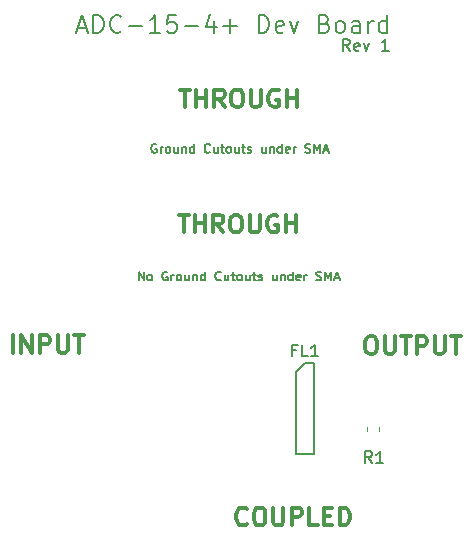
<source format=gto>
G04 #@! TF.GenerationSoftware,KiCad,Pcbnew,(5.0.2)-1*
G04 #@! TF.CreationDate,2019-01-06T11:51:23+11:00*
G04 #@! TF.ProjectId,ADC-15-4_Dev_Rev_1,4144432d-3135-42d3-945f-4465765f5265,1*
G04 #@! TF.SameCoordinates,Original*
G04 #@! TF.FileFunction,Legend,Top*
G04 #@! TF.FilePolarity,Positive*
%FSLAX46Y46*%
G04 Gerber Fmt 4.6, Leading zero omitted, Abs format (unit mm)*
G04 Created by KiCad (PCBNEW (5.0.2)-1) date 6/01/2019 11:51:23*
%MOMM*%
%LPD*%
G01*
G04 APERTURE LIST*
%ADD10C,0.150000*%
%ADD11C,0.300000*%
%ADD12C,0.200000*%
%ADD13C,0.120000*%
G04 APERTURE END LIST*
D10*
X214246428Y-69325000D02*
X214175000Y-69289285D01*
X214067857Y-69289285D01*
X213960714Y-69325000D01*
X213889285Y-69396428D01*
X213853571Y-69467857D01*
X213817857Y-69610714D01*
X213817857Y-69717857D01*
X213853571Y-69860714D01*
X213889285Y-69932142D01*
X213960714Y-70003571D01*
X214067857Y-70039285D01*
X214139285Y-70039285D01*
X214246428Y-70003571D01*
X214282142Y-69967857D01*
X214282142Y-69717857D01*
X214139285Y-69717857D01*
X214603571Y-70039285D02*
X214603571Y-69539285D01*
X214603571Y-69682142D02*
X214639285Y-69610714D01*
X214675000Y-69575000D01*
X214746428Y-69539285D01*
X214817857Y-69539285D01*
X215175000Y-70039285D02*
X215103571Y-70003571D01*
X215067857Y-69967857D01*
X215032142Y-69896428D01*
X215032142Y-69682142D01*
X215067857Y-69610714D01*
X215103571Y-69575000D01*
X215175000Y-69539285D01*
X215282142Y-69539285D01*
X215353571Y-69575000D01*
X215389285Y-69610714D01*
X215425000Y-69682142D01*
X215425000Y-69896428D01*
X215389285Y-69967857D01*
X215353571Y-70003571D01*
X215282142Y-70039285D01*
X215175000Y-70039285D01*
X216067857Y-69539285D02*
X216067857Y-70039285D01*
X215746428Y-69539285D02*
X215746428Y-69932142D01*
X215782142Y-70003571D01*
X215853571Y-70039285D01*
X215960714Y-70039285D01*
X216032142Y-70003571D01*
X216067857Y-69967857D01*
X216425000Y-69539285D02*
X216425000Y-70039285D01*
X216425000Y-69610714D02*
X216460714Y-69575000D01*
X216532142Y-69539285D01*
X216639285Y-69539285D01*
X216710714Y-69575000D01*
X216746428Y-69646428D01*
X216746428Y-70039285D01*
X217425000Y-70039285D02*
X217425000Y-69289285D01*
X217425000Y-70003571D02*
X217353571Y-70039285D01*
X217210714Y-70039285D01*
X217139285Y-70003571D01*
X217103571Y-69967857D01*
X217067857Y-69896428D01*
X217067857Y-69682142D01*
X217103571Y-69610714D01*
X217139285Y-69575000D01*
X217210714Y-69539285D01*
X217353571Y-69539285D01*
X217425000Y-69575000D01*
X218782142Y-69967857D02*
X218746428Y-70003571D01*
X218639285Y-70039285D01*
X218567857Y-70039285D01*
X218460714Y-70003571D01*
X218389285Y-69932142D01*
X218353571Y-69860714D01*
X218317857Y-69717857D01*
X218317857Y-69610714D01*
X218353571Y-69467857D01*
X218389285Y-69396428D01*
X218460714Y-69325000D01*
X218567857Y-69289285D01*
X218639285Y-69289285D01*
X218746428Y-69325000D01*
X218782142Y-69360714D01*
X219425000Y-69539285D02*
X219425000Y-70039285D01*
X219103571Y-69539285D02*
X219103571Y-69932142D01*
X219139285Y-70003571D01*
X219210714Y-70039285D01*
X219317857Y-70039285D01*
X219389285Y-70003571D01*
X219425000Y-69967857D01*
X219675000Y-69539285D02*
X219960714Y-69539285D01*
X219782142Y-69289285D02*
X219782142Y-69932142D01*
X219817857Y-70003571D01*
X219889285Y-70039285D01*
X219960714Y-70039285D01*
X220317857Y-70039285D02*
X220246428Y-70003571D01*
X220210714Y-69967857D01*
X220175000Y-69896428D01*
X220175000Y-69682142D01*
X220210714Y-69610714D01*
X220246428Y-69575000D01*
X220317857Y-69539285D01*
X220425000Y-69539285D01*
X220496428Y-69575000D01*
X220532142Y-69610714D01*
X220567857Y-69682142D01*
X220567857Y-69896428D01*
X220532142Y-69967857D01*
X220496428Y-70003571D01*
X220425000Y-70039285D01*
X220317857Y-70039285D01*
X221210714Y-69539285D02*
X221210714Y-70039285D01*
X220889285Y-69539285D02*
X220889285Y-69932142D01*
X220925000Y-70003571D01*
X220996428Y-70039285D01*
X221103571Y-70039285D01*
X221175000Y-70003571D01*
X221210714Y-69967857D01*
X221460714Y-69539285D02*
X221746428Y-69539285D01*
X221567857Y-69289285D02*
X221567857Y-69932142D01*
X221603571Y-70003571D01*
X221675000Y-70039285D01*
X221746428Y-70039285D01*
X221960714Y-70003571D02*
X222032142Y-70039285D01*
X222175000Y-70039285D01*
X222246428Y-70003571D01*
X222282142Y-69932142D01*
X222282142Y-69896428D01*
X222246428Y-69825000D01*
X222175000Y-69789285D01*
X222067857Y-69789285D01*
X221996428Y-69753571D01*
X221960714Y-69682142D01*
X221960714Y-69646428D01*
X221996428Y-69575000D01*
X222067857Y-69539285D01*
X222175000Y-69539285D01*
X222246428Y-69575000D01*
X223496428Y-69539285D02*
X223496428Y-70039285D01*
X223175000Y-69539285D02*
X223175000Y-69932142D01*
X223210714Y-70003571D01*
X223282142Y-70039285D01*
X223389285Y-70039285D01*
X223460714Y-70003571D01*
X223496428Y-69967857D01*
X223853571Y-69539285D02*
X223853571Y-70039285D01*
X223853571Y-69610714D02*
X223889285Y-69575000D01*
X223960714Y-69539285D01*
X224067857Y-69539285D01*
X224139285Y-69575000D01*
X224175000Y-69646428D01*
X224175000Y-70039285D01*
X224853571Y-70039285D02*
X224853571Y-69289285D01*
X224853571Y-70003571D02*
X224782142Y-70039285D01*
X224639285Y-70039285D01*
X224567857Y-70003571D01*
X224532142Y-69967857D01*
X224496428Y-69896428D01*
X224496428Y-69682142D01*
X224532142Y-69610714D01*
X224567857Y-69575000D01*
X224639285Y-69539285D01*
X224782142Y-69539285D01*
X224853571Y-69575000D01*
X225496428Y-70003571D02*
X225425000Y-70039285D01*
X225282142Y-70039285D01*
X225210714Y-70003571D01*
X225175000Y-69932142D01*
X225175000Y-69646428D01*
X225210714Y-69575000D01*
X225282142Y-69539285D01*
X225425000Y-69539285D01*
X225496428Y-69575000D01*
X225532142Y-69646428D01*
X225532142Y-69717857D01*
X225175000Y-69789285D01*
X225853571Y-70039285D02*
X225853571Y-69539285D01*
X225853571Y-69682142D02*
X225889285Y-69610714D01*
X225925000Y-69575000D01*
X225996428Y-69539285D01*
X226067857Y-69539285D01*
X226853571Y-70003571D02*
X226960714Y-70039285D01*
X227139285Y-70039285D01*
X227210714Y-70003571D01*
X227246428Y-69967857D01*
X227282142Y-69896428D01*
X227282142Y-69825000D01*
X227246428Y-69753571D01*
X227210714Y-69717857D01*
X227139285Y-69682142D01*
X226996428Y-69646428D01*
X226925000Y-69610714D01*
X226889285Y-69575000D01*
X226853571Y-69503571D01*
X226853571Y-69432142D01*
X226889285Y-69360714D01*
X226925000Y-69325000D01*
X226996428Y-69289285D01*
X227175000Y-69289285D01*
X227282142Y-69325000D01*
X227603571Y-70039285D02*
X227603571Y-69289285D01*
X227853571Y-69825000D01*
X228103571Y-69289285D01*
X228103571Y-70039285D01*
X228425000Y-69825000D02*
X228782142Y-69825000D01*
X228353571Y-70039285D02*
X228603571Y-69289285D01*
X228853571Y-70039285D01*
D11*
X216228571Y-64678571D02*
X217085714Y-64678571D01*
X216657142Y-66178571D02*
X216657142Y-64678571D01*
X217585714Y-66178571D02*
X217585714Y-64678571D01*
X217585714Y-65392857D02*
X218442857Y-65392857D01*
X218442857Y-66178571D02*
X218442857Y-64678571D01*
X220014285Y-66178571D02*
X219514285Y-65464285D01*
X219157142Y-66178571D02*
X219157142Y-64678571D01*
X219728571Y-64678571D01*
X219871428Y-64750000D01*
X219942857Y-64821428D01*
X220014285Y-64964285D01*
X220014285Y-65178571D01*
X219942857Y-65321428D01*
X219871428Y-65392857D01*
X219728571Y-65464285D01*
X219157142Y-65464285D01*
X220942857Y-64678571D02*
X221228571Y-64678571D01*
X221371428Y-64750000D01*
X221514285Y-64892857D01*
X221585714Y-65178571D01*
X221585714Y-65678571D01*
X221514285Y-65964285D01*
X221371428Y-66107142D01*
X221228571Y-66178571D01*
X220942857Y-66178571D01*
X220800000Y-66107142D01*
X220657142Y-65964285D01*
X220585714Y-65678571D01*
X220585714Y-65178571D01*
X220657142Y-64892857D01*
X220800000Y-64750000D01*
X220942857Y-64678571D01*
X222228571Y-64678571D02*
X222228571Y-65892857D01*
X222300000Y-66035714D01*
X222371428Y-66107142D01*
X222514285Y-66178571D01*
X222800000Y-66178571D01*
X222942857Y-66107142D01*
X223014285Y-66035714D01*
X223085714Y-65892857D01*
X223085714Y-64678571D01*
X224585714Y-64750000D02*
X224442857Y-64678571D01*
X224228571Y-64678571D01*
X224014285Y-64750000D01*
X223871428Y-64892857D01*
X223800000Y-65035714D01*
X223728571Y-65321428D01*
X223728571Y-65535714D01*
X223800000Y-65821428D01*
X223871428Y-65964285D01*
X224014285Y-66107142D01*
X224228571Y-66178571D01*
X224371428Y-66178571D01*
X224585714Y-66107142D01*
X224657142Y-66035714D01*
X224657142Y-65535714D01*
X224371428Y-65535714D01*
X225300000Y-66178571D02*
X225300000Y-64678571D01*
X225300000Y-65392857D02*
X226157142Y-65392857D01*
X226157142Y-66178571D02*
X226157142Y-64678571D01*
X216128571Y-75278571D02*
X216985714Y-75278571D01*
X216557142Y-76778571D02*
X216557142Y-75278571D01*
X217485714Y-76778571D02*
X217485714Y-75278571D01*
X217485714Y-75992857D02*
X218342857Y-75992857D01*
X218342857Y-76778571D02*
X218342857Y-75278571D01*
X219914285Y-76778571D02*
X219414285Y-76064285D01*
X219057142Y-76778571D02*
X219057142Y-75278571D01*
X219628571Y-75278571D01*
X219771428Y-75350000D01*
X219842857Y-75421428D01*
X219914285Y-75564285D01*
X219914285Y-75778571D01*
X219842857Y-75921428D01*
X219771428Y-75992857D01*
X219628571Y-76064285D01*
X219057142Y-76064285D01*
X220842857Y-75278571D02*
X221128571Y-75278571D01*
X221271428Y-75350000D01*
X221414285Y-75492857D01*
X221485714Y-75778571D01*
X221485714Y-76278571D01*
X221414285Y-76564285D01*
X221271428Y-76707142D01*
X221128571Y-76778571D01*
X220842857Y-76778571D01*
X220700000Y-76707142D01*
X220557142Y-76564285D01*
X220485714Y-76278571D01*
X220485714Y-75778571D01*
X220557142Y-75492857D01*
X220700000Y-75350000D01*
X220842857Y-75278571D01*
X222128571Y-75278571D02*
X222128571Y-76492857D01*
X222200000Y-76635714D01*
X222271428Y-76707142D01*
X222414285Y-76778571D01*
X222700000Y-76778571D01*
X222842857Y-76707142D01*
X222914285Y-76635714D01*
X222985714Y-76492857D01*
X222985714Y-75278571D01*
X224485714Y-75350000D02*
X224342857Y-75278571D01*
X224128571Y-75278571D01*
X223914285Y-75350000D01*
X223771428Y-75492857D01*
X223700000Y-75635714D01*
X223628571Y-75921428D01*
X223628571Y-76135714D01*
X223700000Y-76421428D01*
X223771428Y-76564285D01*
X223914285Y-76707142D01*
X224128571Y-76778571D01*
X224271428Y-76778571D01*
X224485714Y-76707142D01*
X224557142Y-76635714D01*
X224557142Y-76135714D01*
X224271428Y-76135714D01*
X225200000Y-76778571D02*
X225200000Y-75278571D01*
X225200000Y-75992857D02*
X226057142Y-75992857D01*
X226057142Y-76778571D02*
X226057142Y-75278571D01*
D10*
X212735714Y-80839285D02*
X212735714Y-80089285D01*
X213164285Y-80839285D01*
X213164285Y-80089285D01*
X213628571Y-80839285D02*
X213557142Y-80803571D01*
X213521428Y-80767857D01*
X213485714Y-80696428D01*
X213485714Y-80482142D01*
X213521428Y-80410714D01*
X213557142Y-80375000D01*
X213628571Y-80339285D01*
X213735714Y-80339285D01*
X213807142Y-80375000D01*
X213842857Y-80410714D01*
X213878571Y-80482142D01*
X213878571Y-80696428D01*
X213842857Y-80767857D01*
X213807142Y-80803571D01*
X213735714Y-80839285D01*
X213628571Y-80839285D01*
X215164285Y-80125000D02*
X215092857Y-80089285D01*
X214985714Y-80089285D01*
X214878571Y-80125000D01*
X214807142Y-80196428D01*
X214771428Y-80267857D01*
X214735714Y-80410714D01*
X214735714Y-80517857D01*
X214771428Y-80660714D01*
X214807142Y-80732142D01*
X214878571Y-80803571D01*
X214985714Y-80839285D01*
X215057142Y-80839285D01*
X215164285Y-80803571D01*
X215200000Y-80767857D01*
X215200000Y-80517857D01*
X215057142Y-80517857D01*
X215521428Y-80839285D02*
X215521428Y-80339285D01*
X215521428Y-80482142D02*
X215557142Y-80410714D01*
X215592857Y-80375000D01*
X215664285Y-80339285D01*
X215735714Y-80339285D01*
X216092857Y-80839285D02*
X216021428Y-80803571D01*
X215985714Y-80767857D01*
X215950000Y-80696428D01*
X215950000Y-80482142D01*
X215985714Y-80410714D01*
X216021428Y-80375000D01*
X216092857Y-80339285D01*
X216200000Y-80339285D01*
X216271428Y-80375000D01*
X216307142Y-80410714D01*
X216342857Y-80482142D01*
X216342857Y-80696428D01*
X216307142Y-80767857D01*
X216271428Y-80803571D01*
X216200000Y-80839285D01*
X216092857Y-80839285D01*
X216985714Y-80339285D02*
X216985714Y-80839285D01*
X216664285Y-80339285D02*
X216664285Y-80732142D01*
X216700000Y-80803571D01*
X216771428Y-80839285D01*
X216878571Y-80839285D01*
X216950000Y-80803571D01*
X216985714Y-80767857D01*
X217342857Y-80339285D02*
X217342857Y-80839285D01*
X217342857Y-80410714D02*
X217378571Y-80375000D01*
X217450000Y-80339285D01*
X217557142Y-80339285D01*
X217628571Y-80375000D01*
X217664285Y-80446428D01*
X217664285Y-80839285D01*
X218342857Y-80839285D02*
X218342857Y-80089285D01*
X218342857Y-80803571D02*
X218271428Y-80839285D01*
X218128571Y-80839285D01*
X218057142Y-80803571D01*
X218021428Y-80767857D01*
X217985714Y-80696428D01*
X217985714Y-80482142D01*
X218021428Y-80410714D01*
X218057142Y-80375000D01*
X218128571Y-80339285D01*
X218271428Y-80339285D01*
X218342857Y-80375000D01*
X219700000Y-80767857D02*
X219664285Y-80803571D01*
X219557142Y-80839285D01*
X219485714Y-80839285D01*
X219378571Y-80803571D01*
X219307142Y-80732142D01*
X219271428Y-80660714D01*
X219235714Y-80517857D01*
X219235714Y-80410714D01*
X219271428Y-80267857D01*
X219307142Y-80196428D01*
X219378571Y-80125000D01*
X219485714Y-80089285D01*
X219557142Y-80089285D01*
X219664285Y-80125000D01*
X219700000Y-80160714D01*
X220342857Y-80339285D02*
X220342857Y-80839285D01*
X220021428Y-80339285D02*
X220021428Y-80732142D01*
X220057142Y-80803571D01*
X220128571Y-80839285D01*
X220235714Y-80839285D01*
X220307142Y-80803571D01*
X220342857Y-80767857D01*
X220592857Y-80339285D02*
X220878571Y-80339285D01*
X220700000Y-80089285D02*
X220700000Y-80732142D01*
X220735714Y-80803571D01*
X220807142Y-80839285D01*
X220878571Y-80839285D01*
X221235714Y-80839285D02*
X221164285Y-80803571D01*
X221128571Y-80767857D01*
X221092857Y-80696428D01*
X221092857Y-80482142D01*
X221128571Y-80410714D01*
X221164285Y-80375000D01*
X221235714Y-80339285D01*
X221342857Y-80339285D01*
X221414285Y-80375000D01*
X221450000Y-80410714D01*
X221485714Y-80482142D01*
X221485714Y-80696428D01*
X221450000Y-80767857D01*
X221414285Y-80803571D01*
X221342857Y-80839285D01*
X221235714Y-80839285D01*
X222128571Y-80339285D02*
X222128571Y-80839285D01*
X221807142Y-80339285D02*
X221807142Y-80732142D01*
X221842857Y-80803571D01*
X221914285Y-80839285D01*
X222021428Y-80839285D01*
X222092857Y-80803571D01*
X222128571Y-80767857D01*
X222378571Y-80339285D02*
X222664285Y-80339285D01*
X222485714Y-80089285D02*
X222485714Y-80732142D01*
X222521428Y-80803571D01*
X222592857Y-80839285D01*
X222664285Y-80839285D01*
X222878571Y-80803571D02*
X222950000Y-80839285D01*
X223092857Y-80839285D01*
X223164285Y-80803571D01*
X223200000Y-80732142D01*
X223200000Y-80696428D01*
X223164285Y-80625000D01*
X223092857Y-80589285D01*
X222985714Y-80589285D01*
X222914285Y-80553571D01*
X222878571Y-80482142D01*
X222878571Y-80446428D01*
X222914285Y-80375000D01*
X222985714Y-80339285D01*
X223092857Y-80339285D01*
X223164285Y-80375000D01*
X224414285Y-80339285D02*
X224414285Y-80839285D01*
X224092857Y-80339285D02*
X224092857Y-80732142D01*
X224128571Y-80803571D01*
X224200000Y-80839285D01*
X224307142Y-80839285D01*
X224378571Y-80803571D01*
X224414285Y-80767857D01*
X224771428Y-80339285D02*
X224771428Y-80839285D01*
X224771428Y-80410714D02*
X224807142Y-80375000D01*
X224878571Y-80339285D01*
X224985714Y-80339285D01*
X225057142Y-80375000D01*
X225092857Y-80446428D01*
X225092857Y-80839285D01*
X225771428Y-80839285D02*
X225771428Y-80089285D01*
X225771428Y-80803571D02*
X225700000Y-80839285D01*
X225557142Y-80839285D01*
X225485714Y-80803571D01*
X225450000Y-80767857D01*
X225414285Y-80696428D01*
X225414285Y-80482142D01*
X225450000Y-80410714D01*
X225485714Y-80375000D01*
X225557142Y-80339285D01*
X225700000Y-80339285D01*
X225771428Y-80375000D01*
X226414285Y-80803571D02*
X226342857Y-80839285D01*
X226200000Y-80839285D01*
X226128571Y-80803571D01*
X226092857Y-80732142D01*
X226092857Y-80446428D01*
X226128571Y-80375000D01*
X226200000Y-80339285D01*
X226342857Y-80339285D01*
X226414285Y-80375000D01*
X226450000Y-80446428D01*
X226450000Y-80517857D01*
X226092857Y-80589285D01*
X226771428Y-80839285D02*
X226771428Y-80339285D01*
X226771428Y-80482142D02*
X226807142Y-80410714D01*
X226842857Y-80375000D01*
X226914285Y-80339285D01*
X226985714Y-80339285D01*
X227771428Y-80803571D02*
X227878571Y-80839285D01*
X228057142Y-80839285D01*
X228128571Y-80803571D01*
X228164285Y-80767857D01*
X228200000Y-80696428D01*
X228200000Y-80625000D01*
X228164285Y-80553571D01*
X228128571Y-80517857D01*
X228057142Y-80482142D01*
X227914285Y-80446428D01*
X227842857Y-80410714D01*
X227807142Y-80375000D01*
X227771428Y-80303571D01*
X227771428Y-80232142D01*
X227807142Y-80160714D01*
X227842857Y-80125000D01*
X227914285Y-80089285D01*
X228092857Y-80089285D01*
X228200000Y-80125000D01*
X228521428Y-80839285D02*
X228521428Y-80089285D01*
X228771428Y-80625000D01*
X229021428Y-80089285D01*
X229021428Y-80839285D01*
X229342857Y-80625000D02*
X229700000Y-80625000D01*
X229271428Y-80839285D02*
X229521428Y-80089285D01*
X229771428Y-80839285D01*
X230592857Y-61402380D02*
X230259523Y-60926190D01*
X230021428Y-61402380D02*
X230021428Y-60402380D01*
X230402380Y-60402380D01*
X230497619Y-60450000D01*
X230545238Y-60497619D01*
X230592857Y-60592857D01*
X230592857Y-60735714D01*
X230545238Y-60830952D01*
X230497619Y-60878571D01*
X230402380Y-60926190D01*
X230021428Y-60926190D01*
X231402380Y-61354761D02*
X231307142Y-61402380D01*
X231116666Y-61402380D01*
X231021428Y-61354761D01*
X230973809Y-61259523D01*
X230973809Y-60878571D01*
X231021428Y-60783333D01*
X231116666Y-60735714D01*
X231307142Y-60735714D01*
X231402380Y-60783333D01*
X231450000Y-60878571D01*
X231450000Y-60973809D01*
X230973809Y-61069047D01*
X231783333Y-60735714D02*
X232021428Y-61402380D01*
X232259523Y-60735714D01*
X233926190Y-61402380D02*
X233354761Y-61402380D01*
X233640476Y-61402380D02*
X233640476Y-60402380D01*
X233545238Y-60545238D01*
X233450000Y-60640476D01*
X233354761Y-60688095D01*
D12*
X207557142Y-59450000D02*
X208271428Y-59450000D01*
X207414285Y-59878571D02*
X207914285Y-58378571D01*
X208414285Y-59878571D01*
X208914285Y-59878571D02*
X208914285Y-58378571D01*
X209271428Y-58378571D01*
X209485714Y-58450000D01*
X209628571Y-58592857D01*
X209700000Y-58735714D01*
X209771428Y-59021428D01*
X209771428Y-59235714D01*
X209700000Y-59521428D01*
X209628571Y-59664285D01*
X209485714Y-59807142D01*
X209271428Y-59878571D01*
X208914285Y-59878571D01*
X211271428Y-59735714D02*
X211200000Y-59807142D01*
X210985714Y-59878571D01*
X210842857Y-59878571D01*
X210628571Y-59807142D01*
X210485714Y-59664285D01*
X210414285Y-59521428D01*
X210342857Y-59235714D01*
X210342857Y-59021428D01*
X210414285Y-58735714D01*
X210485714Y-58592857D01*
X210628571Y-58450000D01*
X210842857Y-58378571D01*
X210985714Y-58378571D01*
X211200000Y-58450000D01*
X211271428Y-58521428D01*
X211914285Y-59307142D02*
X213057142Y-59307142D01*
X214557142Y-59878571D02*
X213700000Y-59878571D01*
X214128571Y-59878571D02*
X214128571Y-58378571D01*
X213985714Y-58592857D01*
X213842857Y-58735714D01*
X213700000Y-58807142D01*
X215914285Y-58378571D02*
X215200000Y-58378571D01*
X215128571Y-59092857D01*
X215200000Y-59021428D01*
X215342857Y-58950000D01*
X215700000Y-58950000D01*
X215842857Y-59021428D01*
X215914285Y-59092857D01*
X215985714Y-59235714D01*
X215985714Y-59592857D01*
X215914285Y-59735714D01*
X215842857Y-59807142D01*
X215700000Y-59878571D01*
X215342857Y-59878571D01*
X215200000Y-59807142D01*
X215128571Y-59735714D01*
X216628571Y-59307142D02*
X217771428Y-59307142D01*
X219128571Y-58878571D02*
X219128571Y-59878571D01*
X218771428Y-58307142D02*
X218414285Y-59378571D01*
X219342857Y-59378571D01*
X219914285Y-59307142D02*
X221057142Y-59307142D01*
X220485714Y-59878571D02*
X220485714Y-58735714D01*
X222914285Y-59878571D02*
X222914285Y-58378571D01*
X223271428Y-58378571D01*
X223485714Y-58450000D01*
X223628571Y-58592857D01*
X223700000Y-58735714D01*
X223771428Y-59021428D01*
X223771428Y-59235714D01*
X223700000Y-59521428D01*
X223628571Y-59664285D01*
X223485714Y-59807142D01*
X223271428Y-59878571D01*
X222914285Y-59878571D01*
X224985714Y-59807142D02*
X224842857Y-59878571D01*
X224557142Y-59878571D01*
X224414285Y-59807142D01*
X224342857Y-59664285D01*
X224342857Y-59092857D01*
X224414285Y-58950000D01*
X224557142Y-58878571D01*
X224842857Y-58878571D01*
X224985714Y-58950000D01*
X225057142Y-59092857D01*
X225057142Y-59235714D01*
X224342857Y-59378571D01*
X225557142Y-58878571D02*
X225914285Y-59878571D01*
X226271428Y-58878571D01*
X228485714Y-59092857D02*
X228700000Y-59164285D01*
X228771428Y-59235714D01*
X228842857Y-59378571D01*
X228842857Y-59592857D01*
X228771428Y-59735714D01*
X228700000Y-59807142D01*
X228557142Y-59878571D01*
X227985714Y-59878571D01*
X227985714Y-58378571D01*
X228485714Y-58378571D01*
X228628571Y-58450000D01*
X228700000Y-58521428D01*
X228771428Y-58664285D01*
X228771428Y-58807142D01*
X228700000Y-58950000D01*
X228628571Y-59021428D01*
X228485714Y-59092857D01*
X227985714Y-59092857D01*
X229700000Y-59878571D02*
X229557142Y-59807142D01*
X229485714Y-59735714D01*
X229414285Y-59592857D01*
X229414285Y-59164285D01*
X229485714Y-59021428D01*
X229557142Y-58950000D01*
X229700000Y-58878571D01*
X229914285Y-58878571D01*
X230057142Y-58950000D01*
X230128571Y-59021428D01*
X230200000Y-59164285D01*
X230200000Y-59592857D01*
X230128571Y-59735714D01*
X230057142Y-59807142D01*
X229914285Y-59878571D01*
X229700000Y-59878571D01*
X231485714Y-59878571D02*
X231485714Y-59092857D01*
X231414285Y-58950000D01*
X231271428Y-58878571D01*
X230985714Y-58878571D01*
X230842857Y-58950000D01*
X231485714Y-59807142D02*
X231342857Y-59878571D01*
X230985714Y-59878571D01*
X230842857Y-59807142D01*
X230771428Y-59664285D01*
X230771428Y-59521428D01*
X230842857Y-59378571D01*
X230985714Y-59307142D01*
X231342857Y-59307142D01*
X231485714Y-59235714D01*
X232200000Y-59878571D02*
X232200000Y-58878571D01*
X232200000Y-59164285D02*
X232271428Y-59021428D01*
X232342857Y-58950000D01*
X232485714Y-58878571D01*
X232628571Y-58878571D01*
X233771428Y-59878571D02*
X233771428Y-58378571D01*
X233771428Y-59807142D02*
X233628571Y-59878571D01*
X233342857Y-59878571D01*
X233200000Y-59807142D01*
X233128571Y-59735714D01*
X233057142Y-59592857D01*
X233057142Y-59164285D01*
X233128571Y-59021428D01*
X233200000Y-58950000D01*
X233342857Y-58878571D01*
X233628571Y-58878571D01*
X233771428Y-58950000D01*
D11*
X221907142Y-101435714D02*
X221835714Y-101507142D01*
X221621428Y-101578571D01*
X221478571Y-101578571D01*
X221264285Y-101507142D01*
X221121428Y-101364285D01*
X221050000Y-101221428D01*
X220978571Y-100935714D01*
X220978571Y-100721428D01*
X221050000Y-100435714D01*
X221121428Y-100292857D01*
X221264285Y-100150000D01*
X221478571Y-100078571D01*
X221621428Y-100078571D01*
X221835714Y-100150000D01*
X221907142Y-100221428D01*
X222835714Y-100078571D02*
X223121428Y-100078571D01*
X223264285Y-100150000D01*
X223407142Y-100292857D01*
X223478571Y-100578571D01*
X223478571Y-101078571D01*
X223407142Y-101364285D01*
X223264285Y-101507142D01*
X223121428Y-101578571D01*
X222835714Y-101578571D01*
X222692857Y-101507142D01*
X222550000Y-101364285D01*
X222478571Y-101078571D01*
X222478571Y-100578571D01*
X222550000Y-100292857D01*
X222692857Y-100150000D01*
X222835714Y-100078571D01*
X224121428Y-100078571D02*
X224121428Y-101292857D01*
X224192857Y-101435714D01*
X224264285Y-101507142D01*
X224407142Y-101578571D01*
X224692857Y-101578571D01*
X224835714Y-101507142D01*
X224907142Y-101435714D01*
X224978571Y-101292857D01*
X224978571Y-100078571D01*
X225692857Y-101578571D02*
X225692857Y-100078571D01*
X226264285Y-100078571D01*
X226407142Y-100150000D01*
X226478571Y-100221428D01*
X226550000Y-100364285D01*
X226550000Y-100578571D01*
X226478571Y-100721428D01*
X226407142Y-100792857D01*
X226264285Y-100864285D01*
X225692857Y-100864285D01*
X227907142Y-101578571D02*
X227192857Y-101578571D01*
X227192857Y-100078571D01*
X228407142Y-100792857D02*
X228907142Y-100792857D01*
X229121428Y-101578571D02*
X228407142Y-101578571D01*
X228407142Y-100078571D01*
X229121428Y-100078571D01*
X229764285Y-101578571D02*
X229764285Y-100078571D01*
X230121428Y-100078571D01*
X230335714Y-100150000D01*
X230478571Y-100292857D01*
X230550000Y-100435714D01*
X230621428Y-100721428D01*
X230621428Y-100935714D01*
X230550000Y-101221428D01*
X230478571Y-101364285D01*
X230335714Y-101507142D01*
X230121428Y-101578571D01*
X229764285Y-101578571D01*
X232292857Y-85578571D02*
X232578571Y-85578571D01*
X232721428Y-85650000D01*
X232864285Y-85792857D01*
X232935714Y-86078571D01*
X232935714Y-86578571D01*
X232864285Y-86864285D01*
X232721428Y-87007142D01*
X232578571Y-87078571D01*
X232292857Y-87078571D01*
X232150000Y-87007142D01*
X232007142Y-86864285D01*
X231935714Y-86578571D01*
X231935714Y-86078571D01*
X232007142Y-85792857D01*
X232150000Y-85650000D01*
X232292857Y-85578571D01*
X233578571Y-85578571D02*
X233578571Y-86792857D01*
X233650000Y-86935714D01*
X233721428Y-87007142D01*
X233864285Y-87078571D01*
X234150000Y-87078571D01*
X234292857Y-87007142D01*
X234364285Y-86935714D01*
X234435714Y-86792857D01*
X234435714Y-85578571D01*
X234935714Y-85578571D02*
X235792857Y-85578571D01*
X235364285Y-87078571D02*
X235364285Y-85578571D01*
X236292857Y-87078571D02*
X236292857Y-85578571D01*
X236864285Y-85578571D01*
X237007142Y-85650000D01*
X237078571Y-85721428D01*
X237150000Y-85864285D01*
X237150000Y-86078571D01*
X237078571Y-86221428D01*
X237007142Y-86292857D01*
X236864285Y-86364285D01*
X236292857Y-86364285D01*
X237792857Y-85578571D02*
X237792857Y-86792857D01*
X237864285Y-86935714D01*
X237935714Y-87007142D01*
X238078571Y-87078571D01*
X238364285Y-87078571D01*
X238507142Y-87007142D01*
X238578571Y-86935714D01*
X238650000Y-86792857D01*
X238650000Y-85578571D01*
X239150000Y-85578571D02*
X240007142Y-85578571D01*
X239578571Y-87078571D02*
X239578571Y-85578571D01*
X202107142Y-86978571D02*
X202107142Y-85478571D01*
X202821428Y-86978571D02*
X202821428Y-85478571D01*
X203678571Y-86978571D01*
X203678571Y-85478571D01*
X204392857Y-86978571D02*
X204392857Y-85478571D01*
X204964285Y-85478571D01*
X205107142Y-85550000D01*
X205178571Y-85621428D01*
X205250000Y-85764285D01*
X205250000Y-85978571D01*
X205178571Y-86121428D01*
X205107142Y-86192857D01*
X204964285Y-86264285D01*
X204392857Y-86264285D01*
X205892857Y-85478571D02*
X205892857Y-86692857D01*
X205964285Y-86835714D01*
X206035714Y-86907142D01*
X206178571Y-86978571D01*
X206464285Y-86978571D01*
X206607142Y-86907142D01*
X206678571Y-86835714D01*
X206750000Y-86692857D01*
X206750000Y-85478571D01*
X207250000Y-85478571D02*
X208107142Y-85478571D01*
X207678571Y-86978571D02*
X207678571Y-85478571D01*
D10*
G04 #@! TO.C,FL1*
X226032778Y-88596010D02*
X226802778Y-87826010D01*
X226802778Y-87826010D02*
X227572778Y-87826010D01*
X227572778Y-87826010D02*
X227572778Y-95556010D01*
X227572778Y-95556010D02*
X226032778Y-95556010D01*
X226032778Y-95556010D02*
X226032778Y-88596010D01*
D13*
G04 #@! TO.C,R1*
X233110000Y-93562779D02*
X233110000Y-93237221D01*
X232090000Y-93562779D02*
X232090000Y-93237221D01*
G04 #@! TO.C,FL1*
D10*
X226064682Y-86754581D02*
X225731349Y-86754581D01*
X225731349Y-87278390D02*
X225731349Y-86278390D01*
X226207539Y-86278390D01*
X227064682Y-87278390D02*
X226588492Y-87278390D01*
X226588492Y-86278390D01*
X227921825Y-87278390D02*
X227350397Y-87278390D01*
X227636111Y-87278390D02*
X227636111Y-86278390D01*
X227540873Y-86421248D01*
X227445635Y-86516486D01*
X227350397Y-86564105D01*
G04 #@! TO.C,R1*
X232483333Y-96302380D02*
X232150000Y-95826190D01*
X231911904Y-96302380D02*
X231911904Y-95302380D01*
X232292857Y-95302380D01*
X232388095Y-95350000D01*
X232435714Y-95397619D01*
X232483333Y-95492857D01*
X232483333Y-95635714D01*
X232435714Y-95730952D01*
X232388095Y-95778571D01*
X232292857Y-95826190D01*
X231911904Y-95826190D01*
X233435714Y-96302380D02*
X232864285Y-96302380D01*
X233150000Y-96302380D02*
X233150000Y-95302380D01*
X233054761Y-95445238D01*
X232959523Y-95540476D01*
X232864285Y-95588095D01*
G04 #@! TD*
M02*

</source>
